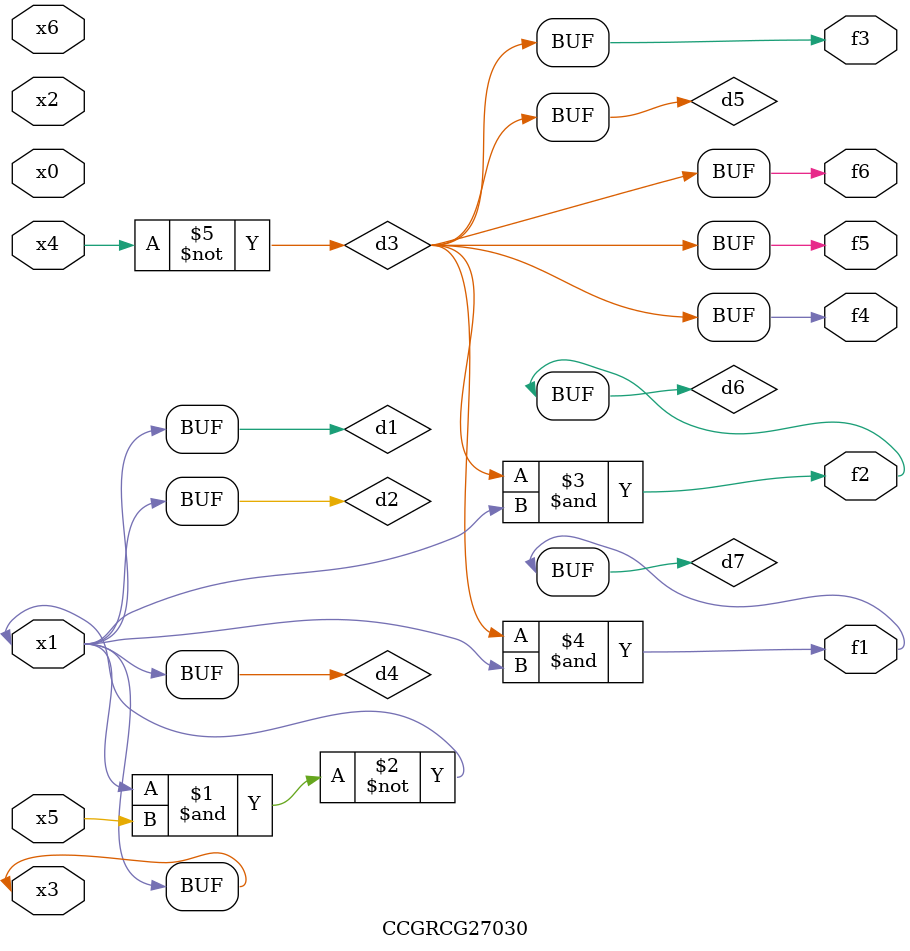
<source format=v>
module CCGRCG27030(
	input x0, x1, x2, x3, x4, x5, x6,
	output f1, f2, f3, f4, f5, f6
);

	wire d1, d2, d3, d4, d5, d6, d7;

	buf (d1, x1, x3);
	nand (d2, x1, x5);
	not (d3, x4);
	buf (d4, d1, d2);
	buf (d5, d3);
	and (d6, d3, d4);
	and (d7, d3, d4);
	assign f1 = d7;
	assign f2 = d6;
	assign f3 = d5;
	assign f4 = d5;
	assign f5 = d5;
	assign f6 = d5;
endmodule

</source>
